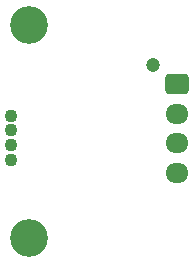
<source format=gbr>
G04 #@! TF.GenerationSoftware,KiCad,Pcbnew,7.0.8*
G04 #@! TF.CreationDate,2024-01-21T00:49:53-07:00*
G04 #@! TF.ProjectId,loadcelladapter,6c6f6164-6365-46c6-9c61-646170746572,v1*
G04 #@! TF.SameCoordinates,Original*
G04 #@! TF.FileFunction,Soldermask,Top*
G04 #@! TF.FilePolarity,Negative*
%FSLAX46Y46*%
G04 Gerber Fmt 4.6, Leading zero omitted, Abs format (unit mm)*
G04 Created by KiCad (PCBNEW 7.0.8) date 2024-01-21 00:49:53*
%MOMM*%
%LPD*%
G01*
G04 APERTURE LIST*
G04 Aperture macros list*
%AMRoundRect*
0 Rectangle with rounded corners*
0 $1 Rounding radius*
0 $2 $3 $4 $5 $6 $7 $8 $9 X,Y pos of 4 corners*
0 Add a 4 corners polygon primitive as box body*
4,1,4,$2,$3,$4,$5,$6,$7,$8,$9,$2,$3,0*
0 Add four circle primitives for the rounded corners*
1,1,$1+$1,$2,$3*
1,1,$1+$1,$4,$5*
1,1,$1+$1,$6,$7*
1,1,$1+$1,$8,$9*
0 Add four rect primitives between the rounded corners*
20,1,$1+$1,$2,$3,$4,$5,0*
20,1,$1+$1,$4,$5,$6,$7,0*
20,1,$1+$1,$6,$7,$8,$9,0*
20,1,$1+$1,$8,$9,$2,$3,0*%
G04 Aperture macros list end*
%ADD10C,3.200000*%
%ADD11C,1.200000*%
%ADD12RoundRect,0.250000X-0.725000X0.600000X-0.725000X-0.600000X0.725000X-0.600000X0.725000X0.600000X0*%
%ADD13O,1.950000X1.700000*%
%ADD14C,1.100000*%
G04 APERTURE END LIST*
D10*
X142000000Y-110000000D03*
D11*
X152500000Y-113400000D03*
D12*
X154500000Y-115000000D03*
D13*
X154500000Y-117500000D03*
X154500000Y-120000000D03*
X154500000Y-122500000D03*
D14*
X140495100Y-117658400D03*
X140495100Y-118908400D03*
X140495100Y-120158400D03*
X140495100Y-121408400D03*
D10*
X142000000Y-128000000D03*
M02*

</source>
